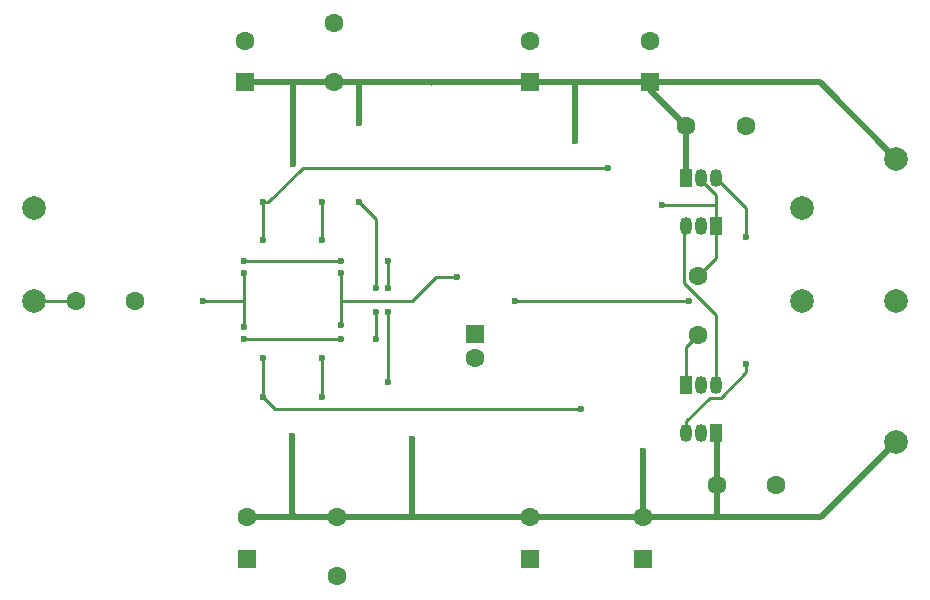
<source format=gbr>
G04 #@! TF.GenerationSoftware,KiCad,Pcbnew,(5.1.9-0-10_14)*
G04 #@! TF.CreationDate,2021-02-13T11:15:02+01:00*
G04 #@! TF.ProjectId,pre-amp-discret,7072652d-616d-4702-9d64-697363726574,rev?*
G04 #@! TF.SameCoordinates,Original*
G04 #@! TF.FileFunction,Copper,L2,Bot*
G04 #@! TF.FilePolarity,Positive*
%FSLAX46Y46*%
G04 Gerber Fmt 4.6, Leading zero omitted, Abs format (unit mm)*
G04 Created by KiCad (PCBNEW (5.1.9-0-10_14)) date 2021-02-13 11:15:02*
%MOMM*%
%LPD*%
G01*
G04 APERTURE LIST*
G04 #@! TA.AperFunction,ComponentPad*
%ADD10C,1.600000*%
G04 #@! TD*
G04 #@! TA.AperFunction,ComponentPad*
%ADD11R,1.050000X1.500000*%
G04 #@! TD*
G04 #@! TA.AperFunction,ComponentPad*
%ADD12O,1.050000X1.500000*%
G04 #@! TD*
G04 #@! TA.AperFunction,ComponentPad*
%ADD13R,1.600000X1.600000*%
G04 #@! TD*
G04 #@! TA.AperFunction,ComponentPad*
%ADD14C,2.000000*%
G04 #@! TD*
G04 #@! TA.AperFunction,ViaPad*
%ADD15C,0.600000*%
G04 #@! TD*
G04 #@! TA.AperFunction,Conductor*
%ADD16C,0.500000*%
G04 #@! TD*
G04 #@! TA.AperFunction,Conductor*
%ADD17C,0.250000*%
G04 #@! TD*
G04 APERTURE END LIST*
D10*
X180467000Y-107124500D03*
X185467000Y-107124500D03*
X181419500Y-119824500D03*
X181419500Y-124824500D03*
D11*
X183007000Y-133096000D03*
D12*
X180467000Y-133096000D03*
X181737000Y-133096000D03*
D11*
X180467000Y-111506000D03*
D12*
X183007000Y-111506000D03*
X181737000Y-111506000D03*
D11*
X180467000Y-129032000D03*
D12*
X183007000Y-129032000D03*
X181737000Y-129032000D03*
D11*
X183007000Y-115570000D03*
D12*
X180467000Y-115570000D03*
X181737000Y-115570000D03*
D10*
X177355500Y-99878000D03*
D13*
X177355500Y-103378000D03*
D10*
X167259000Y-140208000D03*
D13*
X167259000Y-143708000D03*
D10*
X167259000Y-99878000D03*
D13*
X167259000Y-103378000D03*
D10*
X162560000Y-126714000D03*
D13*
X162560000Y-124714000D03*
D10*
X143256000Y-140208000D03*
D13*
X143256000Y-143708000D03*
D10*
X143129000Y-99878000D03*
D13*
X143129000Y-103378000D03*
D10*
X176784000Y-140208000D03*
D13*
X176784000Y-143708000D03*
D10*
X150876000Y-145208000D03*
X150876000Y-140208000D03*
X150622000Y-103378000D03*
X150622000Y-98378000D03*
X188070500Y-137477500D03*
X183070500Y-137477500D03*
D14*
X190246000Y-114046000D03*
X190246000Y-121920000D03*
X198247000Y-121920000D03*
X125222000Y-121920000D03*
X198183500Y-133858000D03*
X125222000Y-114046000D03*
X198247000Y-109855000D03*
D10*
X128778000Y-121920000D03*
X133778000Y-121920000D03*
D15*
X171069000Y-108331000D03*
X152781000Y-106807000D03*
X147161000Y-110268000D03*
X176784000Y-134620000D03*
X157226000Y-133604000D03*
X147066000Y-133350000D03*
X161036000Y-119888000D03*
X151257000Y-119507000D03*
X151257000Y-123952000D03*
X180721000Y-121920000D03*
X165989000Y-121920000D03*
X155194000Y-128778000D03*
X151257000Y-118491000D03*
X143002000Y-118491000D03*
X155194000Y-122809000D03*
X155194000Y-120777000D03*
X155194000Y-118491000D03*
X152781000Y-113538000D03*
X151257000Y-125095000D03*
X143002000Y-125095000D03*
X154178000Y-125095000D03*
X154178000Y-122809000D03*
X154178000Y-120777000D03*
X173863000Y-110617000D03*
X144653000Y-116713000D03*
X144653000Y-113538000D03*
X178435000Y-113792000D03*
X185547000Y-116522500D03*
X185547000Y-127254000D03*
X139573000Y-121920000D03*
X143002000Y-119507000D03*
X143002000Y-124079000D03*
X149606000Y-116713000D03*
X149606000Y-113538000D03*
X149606000Y-126746000D03*
X149606000Y-130048000D03*
X171577000Y-131064000D03*
X144653000Y-126746000D03*
X144653000Y-130048000D03*
D16*
X191770000Y-103378000D02*
X198247000Y-109855000D01*
X177355500Y-103378000D02*
X191770000Y-103378000D01*
X177355500Y-104013000D02*
X180467000Y-107124500D01*
X177355500Y-103378000D02*
X177355500Y-104013000D01*
X180467000Y-107124500D02*
X180467000Y-111506000D01*
X167259000Y-103378000D02*
X158750000Y-103378000D01*
X171069000Y-103505000D02*
X170942000Y-103378000D01*
X171069000Y-108331000D02*
X171069000Y-103505000D01*
X170942000Y-103378000D02*
X167259000Y-103378000D01*
X177355500Y-103378000D02*
X170942000Y-103378000D01*
D17*
X158877000Y-103505000D02*
X158750000Y-103378000D01*
D16*
X143129000Y-103378000D02*
X143129000Y-103505000D01*
X152654000Y-103378000D02*
X150114000Y-103378000D01*
X152781000Y-103505000D02*
X152654000Y-103378000D01*
X152781000Y-106807000D02*
X152781000Y-103505000D01*
X158750000Y-103378000D02*
X152654000Y-103378000D01*
X147193000Y-103378000D02*
X143129000Y-103378000D01*
X150622000Y-103378000D02*
X147193000Y-103378000D01*
X147161000Y-103410000D02*
X147193000Y-103378000D01*
X147161000Y-110268000D02*
X147161000Y-103410000D01*
D17*
X125222000Y-121920000D02*
X128778000Y-121920000D01*
D16*
X191833500Y-140208000D02*
X198183500Y-133858000D01*
X183070500Y-133159500D02*
X183007000Y-133096000D01*
X183070500Y-137477500D02*
X183070500Y-133159500D01*
X183070500Y-137477500D02*
X183070500Y-140017500D01*
X183261000Y-140208000D02*
X191833500Y-140208000D01*
X183070500Y-140017500D02*
X183261000Y-140208000D01*
X176784000Y-140208000D02*
X183261000Y-140208000D01*
X176784000Y-140208000D02*
X167259000Y-140208000D01*
X176784000Y-140208000D02*
X176784000Y-134620000D01*
X160147000Y-140208000D02*
X167259000Y-140208000D01*
X157226000Y-133604000D02*
X157226000Y-140208000D01*
X157226000Y-140208000D02*
X150876000Y-140208000D01*
X160147000Y-140208000D02*
X157226000Y-140208000D01*
X150876000Y-140208000D02*
X148209000Y-140208000D01*
X147320000Y-140081000D02*
X147447000Y-140208000D01*
X148209000Y-140208000D02*
X147447000Y-140208000D01*
X147066000Y-133350000D02*
X147066000Y-140208000D01*
X147066000Y-140208000D02*
X143256000Y-140208000D01*
X147447000Y-140208000D02*
X147066000Y-140208000D01*
D17*
X161036000Y-119888000D02*
X159258000Y-119888000D01*
X159258000Y-119888000D02*
X157226000Y-121920000D01*
X157226000Y-121920000D02*
X151257000Y-121920000D01*
X151257000Y-121920000D02*
X151257000Y-119507000D01*
X151257000Y-123952000D02*
X151257000Y-121920000D01*
X180721000Y-121920000D02*
X170497500Y-121920000D01*
X170497500Y-121920000D02*
X165989000Y-121920000D01*
X151257000Y-118491000D02*
X143002000Y-118491000D01*
X155194000Y-128778000D02*
X155194000Y-122809000D01*
X155194000Y-120777000D02*
X155194000Y-118491000D01*
X151257000Y-125095000D02*
X143002000Y-125095000D01*
X154178000Y-125095000D02*
X154178000Y-122809000D01*
X154178000Y-114935000D02*
X152781000Y-113538000D01*
X154178000Y-120777000D02*
X154178000Y-114935000D01*
X144653000Y-116713000D02*
X144653000Y-113538000D01*
X145077264Y-113538000D02*
X147998264Y-110617000D01*
X144653000Y-113538000D02*
X145077264Y-113538000D01*
X147998264Y-110617000D02*
X173863000Y-110617000D01*
X183007000Y-118237000D02*
X183007000Y-115570000D01*
X181419500Y-119824500D02*
X183007000Y-118237000D01*
X181737000Y-111663095D02*
X181737000Y-111506000D01*
X183007000Y-112933095D02*
X181737000Y-111663095D01*
X183007000Y-113792000D02*
X178435000Y-113792000D01*
X183007000Y-115570000D02*
X183007000Y-113792000D01*
X183007000Y-113792000D02*
X183007000Y-112933095D01*
X180467000Y-125777000D02*
X180467000Y-129032000D01*
X181419500Y-124824500D02*
X180467000Y-125777000D01*
X183007000Y-123077002D02*
X180294499Y-120364501D01*
X180294499Y-115742501D02*
X180467000Y-115570000D01*
X180294499Y-120364501D02*
X180294499Y-115742501D01*
X183007000Y-129032000D02*
X183007000Y-123077002D01*
X185547000Y-114046000D02*
X185547000Y-116522500D01*
X183007000Y-111506000D02*
X185547000Y-114046000D01*
X185547000Y-127919095D02*
X185547000Y-127254000D01*
X182455990Y-130107010D02*
X183359085Y-130107010D01*
X180467000Y-132096000D02*
X182455990Y-130107010D01*
X183359085Y-130107010D02*
X185547000Y-127919095D01*
X180467000Y-133096000D02*
X180467000Y-132096000D01*
X143002000Y-121793000D02*
X143002000Y-119507000D01*
X142875000Y-121920000D02*
X143002000Y-121793000D01*
X139573000Y-121920000D02*
X142875000Y-121920000D01*
X143002000Y-124079000D02*
X143002000Y-121793000D01*
X149606000Y-116713000D02*
X149606000Y-113538000D01*
X149606000Y-130048000D02*
X149606000Y-126746000D01*
X145669000Y-131064000D02*
X171577000Y-131064000D01*
X144653000Y-130048000D02*
X145669000Y-131064000D01*
X144653000Y-130048000D02*
X144653000Y-126746000D01*
M02*

</source>
